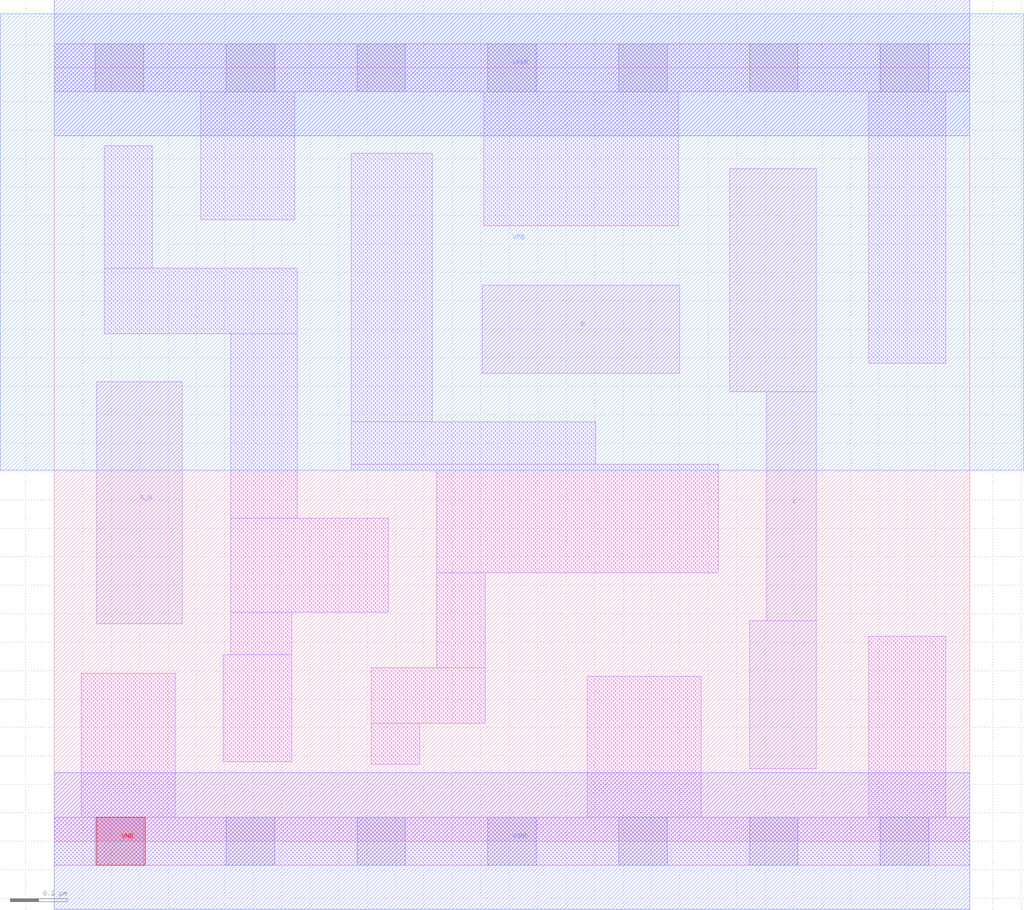
<source format=lef>
# Copyright 2020 The SkyWater PDK Authors
#
# Licensed under the Apache License, Version 2.0 (the "License");
# you may not use this file except in compliance with the License.
# You may obtain a copy of the License at
#
#     https://www.apache.org/licenses/LICENSE-2.0
#
# Unless required by applicable law or agreed to in writing, software
# distributed under the License is distributed on an "AS IS" BASIS,
# WITHOUT WARRANTIES OR CONDITIONS OF ANY KIND, either express or implied.
# See the License for the specific language governing permissions and
# limitations under the License.
#
# SPDX-License-Identifier: Apache-2.0

VERSION 5.7 ;
  NOWIREEXTENSIONATPIN ON ;
  DIVIDERCHAR "/" ;
  BUSBITCHARS "[]" ;
MACRO sky130_fd_sc_hd__and2b_2
  CLASS CORE ;
  FOREIGN sky130_fd_sc_hd__and2b_2 ;
  ORIGIN  0.000000  0.000000 ;
  SIZE  3.220000 BY  2.720000 ;
  SYMMETRY X Y R90 ;
  SITE unithd ;
  PIN A_N
    ANTENNAGATEAREA  0.126000 ;
    DIRECTION INPUT ;
    USE SIGNAL ;
    PORT
      LAYER li1 ;
        RECT 0.150000 0.765000 0.450000 1.615000 ;
    END
  END A_N
  PIN B
    ANTENNAGATEAREA  0.126000 ;
    DIRECTION INPUT ;
    USE SIGNAL ;
    PORT
      LAYER li1 ;
        RECT 1.505000 1.645000 2.200000 1.955000 ;
    END
  END B
  PIN X
    ANTENNADIFFAREA  0.445500 ;
    DIRECTION OUTPUT ;
    USE SIGNAL ;
    PORT
      LAYER li1 ;
        RECT 2.375000 1.580000 2.680000 2.365000 ;
        RECT 2.445000 0.255000 2.680000 0.775000 ;
        RECT 2.505000 0.775000 2.680000 1.580000 ;
    END
  END X
  PIN VGND
    DIRECTION INOUT ;
    SHAPE ABUTMENT ;
    USE GROUND ;
    PORT
      LAYER met1 ;
        RECT 0.000000 -0.240000 3.220000 0.240000 ;
    END
  END VGND
  PIN VNB
    DIRECTION INOUT ;
    USE GROUND ;
    PORT
      LAYER pwell ;
        RECT 0.150000 -0.085000 0.320000 0.085000 ;
    END
  END VNB
  PIN VPB
    DIRECTION INOUT ;
    USE POWER ;
    PORT
      LAYER nwell ;
        RECT -0.190000 1.305000 3.410000 2.910000 ;
    END
  END VPB
  PIN VPWR
    DIRECTION INOUT ;
    SHAPE ABUTMENT ;
    USE POWER ;
    PORT
      LAYER met1 ;
        RECT 0.000000 2.480000 3.220000 2.960000 ;
    END
  END VPWR
  OBS
    LAYER li1 ;
      RECT 0.000000 -0.085000 3.220000 0.085000 ;
      RECT 0.000000  2.635000 3.220000 2.805000 ;
      RECT 0.095000  0.085000 0.425000 0.590000 ;
      RECT 0.175000  1.785000 0.855000 2.015000 ;
      RECT 0.175000  2.015000 0.345000 2.445000 ;
      RECT 0.515000  2.185000 0.845000 2.635000 ;
      RECT 0.595000  0.280000 0.835000 0.655000 ;
      RECT 0.620000  0.655000 0.835000 0.805000 ;
      RECT 0.620000  0.805000 1.175000 1.135000 ;
      RECT 0.620000  1.135000 0.855000 1.785000 ;
      RECT 1.045000  1.305000 2.335000 1.325000 ;
      RECT 1.045000  1.325000 1.905000 1.475000 ;
      RECT 1.045000  1.475000 1.330000 2.420000 ;
      RECT 1.115000  0.270000 1.285000 0.415000 ;
      RECT 1.115000  0.415000 1.515000 0.610000 ;
      RECT 1.345000  0.610000 1.515000 0.945000 ;
      RECT 1.345000  0.945000 2.335000 1.305000 ;
      RECT 1.510000  2.165000 2.195000 2.635000 ;
      RECT 1.875000  0.085000 2.275000 0.580000 ;
      RECT 2.865000  0.085000 3.135000 0.720000 ;
      RECT 2.865000  1.680000 3.135000 2.635000 ;
    LAYER mcon ;
      RECT 0.145000 -0.085000 0.315000 0.085000 ;
      RECT 0.145000  2.635000 0.315000 2.805000 ;
      RECT 0.605000 -0.085000 0.775000 0.085000 ;
      RECT 0.605000  2.635000 0.775000 2.805000 ;
      RECT 1.065000 -0.085000 1.235000 0.085000 ;
      RECT 1.065000  2.635000 1.235000 2.805000 ;
      RECT 1.525000 -0.085000 1.695000 0.085000 ;
      RECT 1.525000  2.635000 1.695000 2.805000 ;
      RECT 1.985000 -0.085000 2.155000 0.085000 ;
      RECT 1.985000  2.635000 2.155000 2.805000 ;
      RECT 2.445000 -0.085000 2.615000 0.085000 ;
      RECT 2.445000  2.635000 2.615000 2.805000 ;
      RECT 2.905000 -0.085000 3.075000 0.085000 ;
      RECT 2.905000  2.635000 3.075000 2.805000 ;
  END
END sky130_fd_sc_hd__and2b_2
END LIBRARY

</source>
